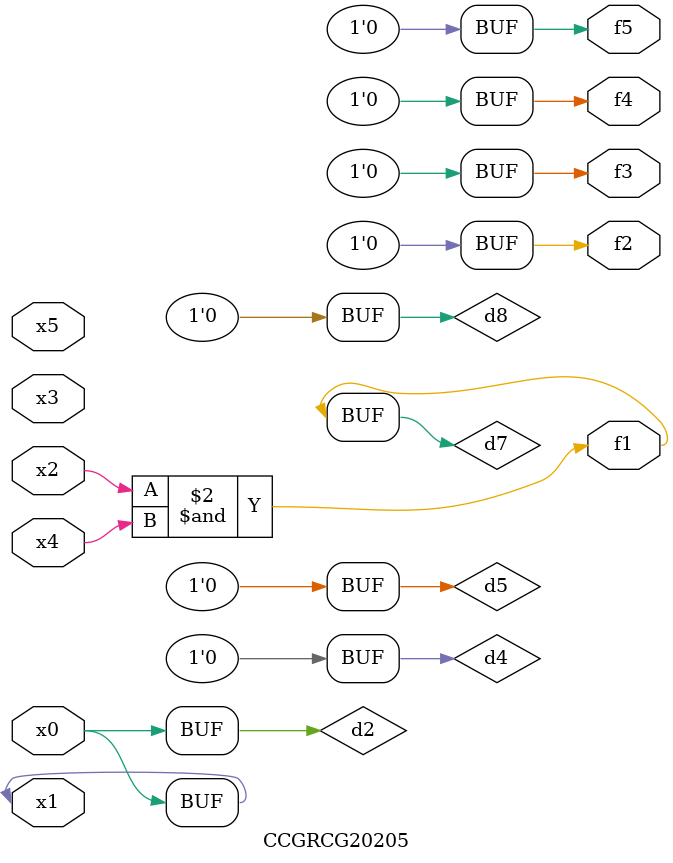
<source format=v>
module CCGRCG20205(
	input x0, x1, x2, x3, x4, x5,
	output f1, f2, f3, f4, f5
);

	wire d1, d2, d3, d4, d5, d6, d7, d8, d9;

	nand (d1, x1);
	buf (d2, x0, x1);
	nand (d3, x2, x4);
	and (d4, d1, d2);
	and (d5, d1, d2);
	nand (d6, d1, d3);
	not (d7, d3);
	xor (d8, d5);
	nor (d9, d5, d6);
	assign f1 = d7;
	assign f2 = d8;
	assign f3 = d8;
	assign f4 = d8;
	assign f5 = d8;
endmodule

</source>
